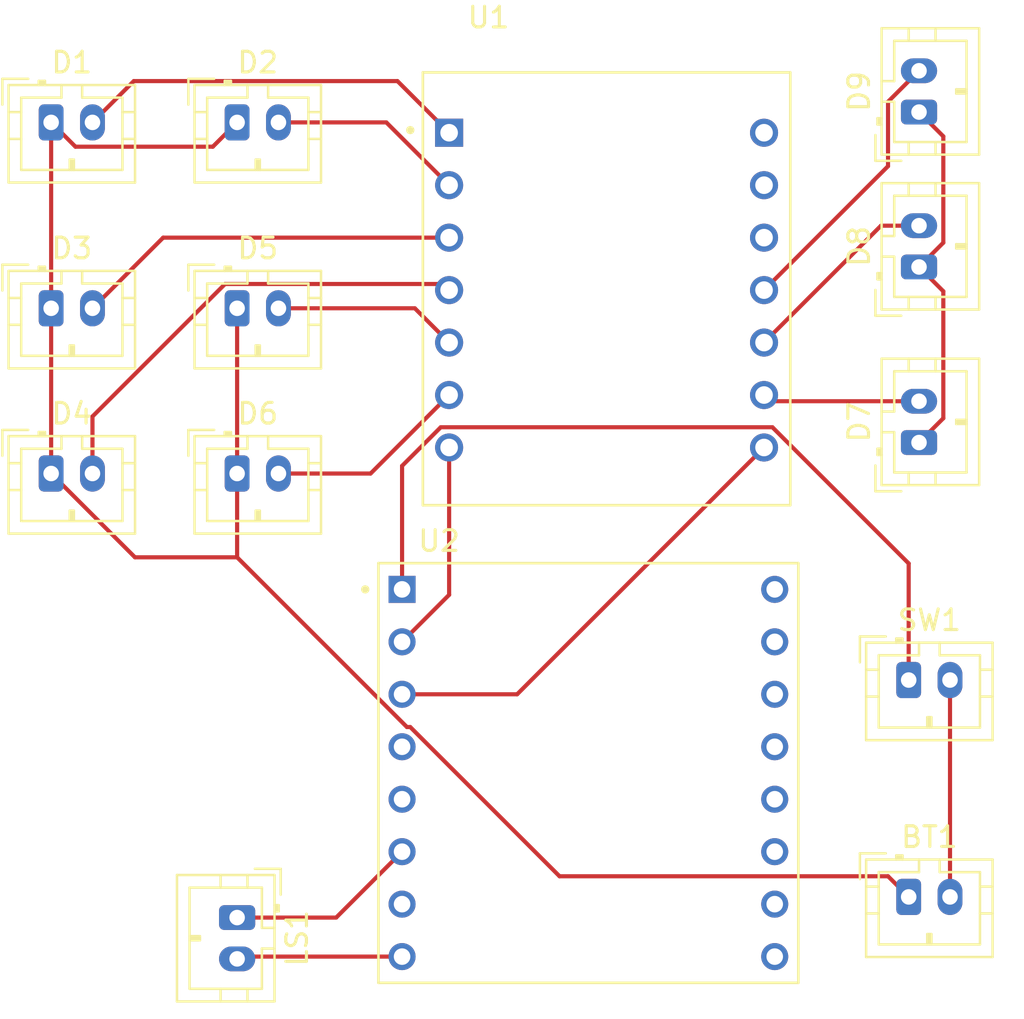
<source format=kicad_pcb>
(kicad_pcb (version 20241229) (generator "pcbnew") (generator_version "9.0")
  (layers (0 "F.Cu" signal) (2 "B.Cu" signal) (13 "F.Paste" user) (15 "B.Paste" user) (5 "F.SilkS" user "F.Silkscreen") (7 "B.SilkS" user "B.Silkscreen") (1 "F.Mask" user) (3 "B.Mask" user) (25 "Edge.Cuts" user))
  (net 0 "")
  (net 1 "Net-(BT1-+)")
  (net 2 "Net-(BT1--)")
  (net 3 "Net-(D1-A)")
  (net 4 "Net-(D2-A)")
  (net 5 "Net-(D3-A)")
  (net 6 "Net-(D4-A)")
  (net 7 "Net-(D5-A)")
  (net 8 "Net-(D6-A)")
  (net 9 "Net-(D7-A)")
  (net 10 "Net-(D8-A)")
  (net 11 "Net-(D9-A)")
  (net 17 "Net-(U2-SPK_1)")
  (net 18 "Net-(U2-SPK_2)")
  (net 21 "Net-(U1-GPIO21_D6_TX)")
  (net 23 "Net-(U1-GPIO20_D7_RX)")
  (net 28 "Net-(SW1-A)")
  (footprint "Connector_JST:JST_PH_B2B-PH-K_1x02_P2.00mm_Vertical" (layer "F.Cu") (at 43 28.5)
    (property "Reference" "D3" (at 1 -2.9 0) (layer "F.SilkS"))
    (property "Value" "LED")
    (fp_line (start -2.36 -2.11) (end -2.36 -0.86) (stroke (width 0.12)) (layer "F.SilkS"))
    (fp_line (start -2.06 -1.81) (end -2.06 2.91) (stroke (width 0.12)) (layer "F.SilkS"))
    (fp_line (start -2.06 -0.5) (end -1.45 -0.5) (stroke (width 0.12)) (layer "F.SilkS"))
    (fp_line (start -2.06 0.8) (end -1.45 0.8) (stroke (width 0.12)) (layer "F.SilkS"))
    (fp_line (start -2.06 2.91) (end 4.06 2.91) (stroke (width 0.12)) (layer "F.SilkS"))
    (fp_line (start -1.45 -1.2) (end -1.45 2.3) (stroke (width 0.12)) (layer "F.SilkS"))
    (fp_line (start -1.45 2.3) (end 3.45 2.3) (stroke (width 0.12)) (layer "F.SilkS"))
    (fp_line (start -1.11 -2.11) (end -2.36 -2.11) (stroke (width 0.12)) (layer "F.SilkS"))
    (fp_line (start -0.6 -2.01) (end -0.6 -1.81) (stroke (width 0.12)) (layer "F.SilkS"))
    (fp_line (start -0.3 -2.01) (end -0.6 -2.01) (stroke (width 0.12)) (layer "F.SilkS"))
    (fp_line (start -0.3 -1.91) (end -0.6 -1.91) (stroke (width 0.12)) (layer "F.SilkS"))
    (fp_line (start -0.3 -1.81) (end -0.3 -2.01) (stroke (width 0.12)) (layer "F.SilkS"))
    (fp_line (start 0.5 -1.81) (end 0.5 -1.2) (stroke (width 0.12)) (layer "F.SilkS"))
    (fp_line (start 0.5 -1.2) (end -1.45 -1.2) (stroke (width 0.12)) (layer "F.SilkS"))
    (fp_line (start 0.9 1.8) (end 1.1 1.8) (stroke (width 0.12)) (layer "F.SilkS"))
    (fp_line (start 0.9 2.3) (end 0.9 1.8) (stroke (width 0.12)) (layer "F.SilkS"))
    (fp_line (start 1 2.3) (end 1 1.8) (stroke (width 0.12)) (layer "F.SilkS"))
    (fp_line (start 1.1 1.8) (end 1.1 2.3) (stroke (width 0.12)) (layer "F.SilkS"))
    (fp_line (start 1.5 -1.2) (end 1.5 -1.81) (stroke (width 0.12)) (layer "F.SilkS"))
    (fp_line (start 3.45 -1.2) (end 1.5 -1.2) (stroke (width 0.12)) (layer "F.SilkS"))
    (fp_line (start 3.45 2.3) (end 3.45 -1.2) (stroke (width 0.12)) (layer "F.SilkS"))
    (fp_line (start 4.06 -1.81) (end -2.06 -1.81) (stroke (width 0.12)) (layer "F.SilkS"))
    (fp_line (start 4.06 -0.5) (end 3.45 -0.5) (stroke (width 0.12)) (layer "F.SilkS"))
    (fp_line (start 4.06 0.8) (end 3.45 0.8) (stroke (width 0.12)) (layer "F.SilkS"))
    (fp_line (start 4.06 2.91) (end 4.06 -1.81) (stroke (width 0.12)) (layer "F.SilkS"))
    (pad "1" thru_hole roundrect (at 0 0) (size 1.2 1.75) (drill 0.75) (layers "*.Cu" "*.Mask") (roundrect_rratio 0.208333) (net 1 "Net-(BT1-+)"))
    (pad "2" thru_hole oval (at 2 0) (size 1.2 1.75) (drill 0.75) (layers "*.Cu" "*.Mask") (net 5 "Net-(D3-A)"))
  )
  (footprint "Connector_JST:JST_PH_B2B-PH-K_1x02_P2.00mm_Vertical" (layer "F.Cu") (at 52 28.5)
    (property "Reference" "D5" (at 1 -2.9 0) (layer "F.SilkS"))
    (property "Value" "LED")
    (fp_line (start -2.36 -2.11) (end -2.36 -0.86) (stroke (width 0.12)) (layer "F.SilkS"))
    (fp_line (start -2.06 -1.81) (end -2.06 2.91) (stroke (width 0.12)) (layer "F.SilkS"))
    (fp_line (start -2.06 -0.5) (end -1.45 -0.5) (stroke (width 0.12)) (layer "F.SilkS"))
    (fp_line (start -2.06 0.8) (end -1.45 0.8) (stroke (width 0.12)) (layer "F.SilkS"))
    (fp_line (start -2.06 2.91) (end 4.06 2.91) (stroke (width 0.12)) (layer "F.SilkS"))
    (fp_line (start -1.45 -1.2) (end -1.45 2.3) (stroke (width 0.12)) (layer "F.SilkS"))
    (fp_line (start -1.45 2.3) (end 3.45 2.3) (stroke (width 0.12)) (layer "F.SilkS"))
    (fp_line (start -1.11 -2.11) (end -2.36 -2.11) (stroke (width 0.12)) (layer "F.SilkS"))
    (fp_line (start -0.6 -2.01) (end -0.6 -1.81) (stroke (width 0.12)) (layer "F.SilkS"))
    (fp_line (start -0.3 -2.01) (end -0.6 -2.01) (stroke (width 0.12)) (layer "F.SilkS"))
    (fp_line (start -0.3 -1.91) (end -0.6 -1.91) (stroke (width 0.12)) (layer "F.SilkS"))
    (fp_line (start -0.3 -1.81) (end -0.3 -2.01) (stroke (width 0.12)) (layer "F.SilkS"))
    (fp_line (start 0.5 -1.81) (end 0.5 -1.2) (stroke (width 0.12)) (layer "F.SilkS"))
    (fp_line (start 0.5 -1.2) (end -1.45 -1.2) (stroke (width 0.12)) (layer "F.SilkS"))
    (fp_line (start 0.9 1.8) (end 1.1 1.8) (stroke (width 0.12)) (layer "F.SilkS"))
    (fp_line (start 0.9 2.3) (end 0.9 1.8) (stroke (width 0.12)) (layer "F.SilkS"))
    (fp_line (start 1 2.3) (end 1 1.8) (stroke (width 0.12)) (layer "F.SilkS"))
    (fp_line (start 1.1 1.8) (end 1.1 2.3) (stroke (width 0.12)) (layer "F.SilkS"))
    (fp_line (start 1.5 -1.2) (end 1.5 -1.81) (stroke (width 0.12)) (layer "F.SilkS"))
    (fp_line (start 3.45 -1.2) (end 1.5 -1.2) (stroke (width 0.12)) (layer "F.SilkS"))
    (fp_line (start 3.45 2.3) (end 3.45 -1.2) (stroke (width 0.12)) (layer "F.SilkS"))
    (fp_line (start 4.06 -1.81) (end -2.06 -1.81) (stroke (width 0.12)) (layer "F.SilkS"))
    (fp_line (start 4.06 -0.5) (end 3.45 -0.5) (stroke (width 0.12)) (layer "F.SilkS"))
    (fp_line (start 4.06 0.8) (end 3.45 0.8) (stroke (width 0.12)) (layer "F.SilkS"))
    (fp_line (start 4.06 2.91) (end 4.06 -1.81) (stroke (width 0.12)) (layer "F.SilkS"))
    (pad "1" thru_hole roundrect (at 0 0) (size 1.2 1.75) (drill 0.75) (layers "*.Cu" "*.Mask") (roundrect_rratio 0.208333) (net 1 "Net-(BT1-+)"))
    (pad "2" thru_hole oval (at 2 0) (size 1.2 1.75) (drill 0.75) (layers "*.Cu" "*.Mask") (net 7 "Net-(D5-A)"))
  )
  (footprint "Connector_JST:JST_PH_B2B-PH-K_1x02_P2.00mm_Vertical" (layer "F.Cu") (at 84.5 46.5)
    (property "Reference" "SW1" (at 1 -2.9 0) (layer "F.SilkS"))
    (property "Value" "SW_SPDT")
    (fp_line (start -2.36 -2.11) (end -2.36 -0.86) (stroke (width 0.12)) (layer "F.SilkS"))
    (fp_line (start -2.06 -1.81) (end -2.06 2.91) (stroke (width 0.12)) (layer "F.SilkS"))
    (fp_line (start -2.06 -0.5) (end -1.45 -0.5) (stroke (width 0.12)) (layer "F.SilkS"))
    (fp_line (start -2.06 0.8) (end -1.45 0.8) (stroke (width 0.12)) (layer "F.SilkS"))
    (fp_line (start -2.06 2.91) (end 4.06 2.91) (stroke (width 0.12)) (layer "F.SilkS"))
    (fp_line (start -1.45 -1.2) (end -1.45 2.3) (stroke (width 0.12)) (layer "F.SilkS"))
    (fp_line (start -1.45 2.3) (end 3.45 2.3) (stroke (width 0.12)) (layer "F.SilkS"))
    (fp_line (start -1.11 -2.11) (end -2.36 -2.11) (stroke (width 0.12)) (layer "F.SilkS"))
    (fp_line (start -0.6 -2.01) (end -0.6 -1.81) (stroke (width 0.12)) (layer "F.SilkS"))
    (fp_line (start -0.3 -2.01) (end -0.6 -2.01) (stroke (width 0.12)) (layer "F.SilkS"))
    (fp_line (start -0.3 -1.91) (end -0.6 -1.91) (stroke (width 0.12)) (layer "F.SilkS"))
    (fp_line (start -0.3 -1.81) (end -0.3 -2.01) (stroke (width 0.12)) (layer "F.SilkS"))
    (fp_line (start 0.5 -1.81) (end 0.5 -1.2) (stroke (width 0.12)) (layer "F.SilkS"))
    (fp_line (start 0.5 -1.2) (end -1.45 -1.2) (stroke (width 0.12)) (layer "F.SilkS"))
    (fp_line (start 0.9 1.8) (end 1.1 1.8) (stroke (width 0.12)) (layer "F.SilkS"))
    (fp_line (start 0.9 2.3) (end 0.9 1.8) (stroke (width 0.12)) (layer "F.SilkS"))
    (fp_line (start 1 2.3) (end 1 1.8) (stroke (width 0.12)) (layer "F.SilkS"))
    (fp_line (start 1.1 1.8) (end 1.1 2.3) (stroke (width 0.12)) (layer "F.SilkS"))
    (fp_line (start 1.5 -1.2) (end 1.5 -1.81) (stroke (width 0.12)) (layer "F.SilkS"))
    (fp_line (start 3.45 -1.2) (end 1.5 -1.2) (stroke (width 0.12)) (layer "F.SilkS"))
    (fp_line (start 3.45 2.3) (end 3.45 -1.2) (stroke (width 0.12)) (layer "F.SilkS"))
    (fp_line (start 4.06 -1.81) (end -2.06 -1.81) (stroke (width 0.12)) (layer "F.SilkS"))
    (fp_line (start 4.06 -0.5) (end 3.45 -0.5) (stroke (width 0.12)) (layer "F.SilkS"))
    (fp_line (start 4.06 0.8) (end 3.45 0.8) (stroke (width 0.12)) (layer "F.SilkS"))
    (fp_line (start 4.06 2.91) (end 4.06 -1.81) (stroke (width 0.12)) (layer "F.SilkS"))
    (pad "1" thru_hole roundrect (at 0 0) (size 1.2 1.75) (drill 0.75) (layers "*.Cu" "*.Mask") (roundrect_rratio 0.208333) (net 28 "Net-(SW1-A)"))
    (pad "2" thru_hole oval (at 2 0) (size 1.2 1.75) (drill 0.75) (layers "*.Cu" "*.Mask") (net 2 "Net-(BT1--)"))
  )
  (footprint "DFR0299:MODULE_DFR0299" (layer "F.Cu") (at 69 51)
    (property "Reference" "U2" (at -7.225 -11.235 0) (layer "F.SilkS"))
    (property "Value" "DFPlayer Mini")
    (fp_line (start -10.16 -10.16) (end 10.16 -10.16) (stroke (width 0.127)) (layer "F.SilkS"))
    (fp_line (start -10.16 10.16) (end -10.16 -10.16) (stroke (width 0.127)) (layer "F.SilkS"))
    (fp_line (start 10.16 -10.16) (end 10.16 10.16) (stroke (width 0.127)) (layer "F.SilkS"))
    (fp_line (start 10.16 10.16) (end -10.16 10.16) (stroke (width 0.127)) (layer "F.SilkS"))
    (fp_circle (center -10.8 -8.89) (end -10.7 -8.89) (stroke (width 0.2)) (fill no) (layer "F.SilkS"))
    (pad "1" thru_hole rect (at -9.017 -8.89) (size 1.308 1.308) (drill 0.8) (layers "*.Cu" "*.Mask") (net 28 "Net-(SW1-A)"))
    (pad "2" thru_hole circle (at -9.017 -6.35) (size 1.308 1.308) (drill 0.8) (layers "*.Cu" "*.Mask") (net 21 "Net-(U1-GPIO21_D6_TX)"))
    (pad "3" thru_hole circle (at -9.017 -3.81) (size 1.308 1.308) (drill 0.8) (layers "*.Cu" "*.Mask") (net 23 "Net-(U1-GPIO20_D7_RX)"))
    (pad "4" thru_hole circle (at -9.017 -1.27) (size 1.308 1.308) (drill 0.8) (layers "*.Cu" "*.Mask"))
    (pad "5" thru_hole circle (at -9.017 1.27) (size 1.308 1.308) (drill 0.8) (layers "*.Cu" "*.Mask"))
    (pad "6" thru_hole circle (at -9.017 3.81) (size 1.308 1.308) (drill 0.8) (layers "*.Cu" "*.Mask") (net 17 "Net-(U2-SPK_1)"))
    (pad "7" thru_hole circle (at -9.017 6.35) (size 1.308 1.308) (drill 0.8) (layers "*.Cu" "*.Mask") (net 1 "Net-(BT1-+)"))
    (pad "8" thru_hole circle (at -9.017 8.89) (size 1.308 1.308) (drill 0.8) (layers "*.Cu" "*.Mask") (net 18 "Net-(U2-SPK_2)"))
    (pad "9" thru_hole circle (at 9.017 8.89) (size 1.308 1.308) (drill 0.8) (layers "*.Cu" "*.Mask"))
    (pad "10" thru_hole circle (at 9.017 6.35) (size 1.308 1.308) (drill 0.8) (layers "*.Cu" "*.Mask"))
    (pad "11" thru_hole circle (at 9.017 3.81) (size 1.308 1.308) (drill 0.8) (layers "*.Cu" "*.Mask"))
    (pad "12" thru_hole circle (at 9.017 1.27) (size 1.308 1.308) (drill 0.8) (layers "*.Cu" "*.Mask"))
    (pad "13" thru_hole circle (at 9.017 -1.27) (size 1.308 1.308) (drill 0.8) (layers "*.Cu" "*.Mask"))
    (pad "14" thru_hole circle (at 9.017 -3.81) (size 1.308 1.308) (drill 0.8) (layers "*.Cu" "*.Mask"))
    (pad "15" thru_hole circle (at 9.017 -6.35) (size 1.308 1.308) (drill 0.8) (layers "*.Cu" "*.Mask"))
    (pad "16" thru_hole circle (at 9.017 -8.89) (size 1.308 1.308) (drill 0.8) (layers "*.Cu" "*.Mask"))
  )
  (footprint "Connector_JST:JST_PH_B2B-PH-K_1x02_P2.00mm_Vertical" (layer "F.Cu") (at 43 36.5)
    (property "Reference" "D4" (at 1 -2.9 0) (layer "F.SilkS"))
    (property "Value" "LED")
    (fp_line (start -2.36 -2.11) (end -2.36 -0.86) (stroke (width 0.12)) (layer "F.SilkS"))
    (fp_line (start -2.06 -1.81) (end -2.06 2.91) (stroke (width 0.12)) (layer "F.SilkS"))
    (fp_line (start -2.06 -0.5) (end -1.45 -0.5) (stroke (width 0.12)) (layer "F.SilkS"))
    (fp_line (start -2.06 0.8) (end -1.45 0.8) (stroke (width 0.12)) (layer "F.SilkS"))
    (fp_line (start -2.06 2.91) (end 4.06 2.91) (stroke (width 0.12)) (layer "F.SilkS"))
    (fp_line (start -1.45 -1.2) (end -1.45 2.3) (stroke (width 0.12)) (layer "F.SilkS"))
    (fp_line (start -1.45 2.3) (end 3.45 2.3) (stroke (width 0.12)) (layer "F.SilkS"))
    (fp_line (start -1.11 -2.11) (end -2.36 -2.11) (stroke (width 0.12)) (layer "F.SilkS"))
    (fp_line (start -0.6 -2.01) (end -0.6 -1.81) (stroke (width 0.12)) (layer "F.SilkS"))
    (fp_line (start -0.3 -2.01) (end -0.6 -2.01) (stroke (width 0.12)) (layer "F.SilkS"))
    (fp_line (start -0.3 -1.91) (end -0.6 -1.91) (stroke (width 0.12)) (layer "F.SilkS"))
    (fp_line (start -0.3 -1.81) (end -0.3 -2.01) (stroke (width 0.12)) (layer "F.SilkS"))
    (fp_line (start 0.5 -1.81) (end 0.5 -1.2) (stroke (width 0.12)) (layer "F.SilkS"))
    (fp_line (start 0.5 -1.2) (end -1.45 -1.2) (stroke (width 0.12)) (layer "F.SilkS"))
    (fp_line (start 0.9 1.8) (end 1.1 1.8) (stroke (width 0.12)) (layer "F.SilkS"))
    (fp_line (start 0.9 2.3) (end 0.9 1.8) (stroke (width 0.12)) (layer "F.SilkS"))
    (fp_line (start 1 2.3) (end 1 1.8) (stroke (width 0.12)) (layer "F.SilkS"))
    (fp_line (start 1.1 1.8) (end 1.1 2.3) (stroke (width 0.12)) (layer "F.SilkS"))
    (fp_line (start 1.5 -1.2) (end 1.5 -1.81) (stroke (width 0.12)) (layer "F.SilkS"))
    (fp_line (start 3.45 -1.2) (end 1.5 -1.2) (stroke (width 0.12)) (layer "F.SilkS"))
    (fp_line (start 3.45 2.3) (end 3.45 -1.2) (stroke (width 0.12)) (layer "F.SilkS"))
    (fp_line (start 4.06 -1.81) (end -2.06 -1.81) (stroke (width 0.12)) (layer "F.SilkS"))
    (fp_line (start 4.06 -0.5) (end 3.45 -0.5) (stroke (width 0.12)) (layer "F.SilkS"))
    (fp_line (start 4.06 0.8) (end 3.45 0.8) (stroke (width 0.12)) (layer "F.SilkS"))
    (fp_line (start 4.06 2.91) (end 4.06 -1.81) (stroke (width 0.12)) (layer "F.SilkS"))
    (pad "1" thru_hole roundrect (at 0 0) (size 1.2 1.75) (drill 0.75) (layers "*.Cu" "*.Mask") (roundrect_rratio 0.208333) (net 1 "Net-(BT1-+)"))
    (pad "2" thru_hole oval (at 2 0) (size 1.2 1.75) (drill 0.75) (layers "*.Cu" "*.Mask") (net 6 "Net-(D4-A)"))
  )
  (footprint "Connector_JST:JST_PH_B2B-PH-K_1x02_P2.00mm_Vertical" (layer "F.Cu") (at 85 19 90)
    (property "Reference" "D9" (at 1 -2.9 90) (layer "F.SilkS"))
    (property "Value" "LED")
    (fp_line (start -1.11 -2.11) (end -2.36 -2.11) (stroke (width 0.12)) (layer "F.SilkS"))
    (fp_line (start -2.36 -2.11) (end -2.36 -0.86) (stroke (width 0.12)) (layer "F.SilkS"))
    (fp_line (start -0.3 -2.01) (end -0.6 -2.01) (stroke (width 0.12)) (layer "F.SilkS"))
    (fp_line (start -0.6 -2.01) (end -0.6 -1.81) (stroke (width 0.12)) (layer "F.SilkS"))
    (fp_line (start -0.3 -1.91) (end -0.6 -1.91) (stroke (width 0.12)) (layer "F.SilkS"))
    (fp_line (start 4.06 -1.81) (end -2.06 -1.81) (stroke (width 0.12)) (layer "F.SilkS"))
    (fp_line (start 0.5 -1.81) (end 0.5 -1.2) (stroke (width 0.12)) (layer "F.SilkS"))
    (fp_line (start -0.3 -1.81) (end -0.3 -2.01) (stroke (width 0.12)) (layer "F.SilkS"))
    (fp_line (start -2.06 -1.81) (end -2.06 2.91) (stroke (width 0.12)) (layer "F.SilkS"))
    (fp_line (start 3.45 -1.2) (end 1.5 -1.2) (stroke (width 0.12)) (layer "F.SilkS"))
    (fp_line (start 1.5 -1.2) (end 1.5 -1.81) (stroke (width 0.12)) (layer "F.SilkS"))
    (fp_line (start 0.5 -1.2) (end -1.45 -1.2) (stroke (width 0.12)) (layer "F.SilkS"))
    (fp_line (start -1.45 -1.2) (end -1.45 2.3) (stroke (width 0.12)) (layer "F.SilkS"))
    (fp_line (start 4.06 -0.5) (end 3.45 -0.5) (stroke (width 0.12)) (layer "F.SilkS"))
    (fp_line (start -2.06 -0.5) (end -1.45 -0.5) (stroke (width 0.12)) (layer "F.SilkS"))
    (fp_line (start 4.06 0.8) (end 3.45 0.8) (stroke (width 0.12)) (layer "F.SilkS"))
    (fp_line (start -2.06 0.8) (end -1.45 0.8) (stroke (width 0.12)) (layer "F.SilkS"))
    (fp_line (start 1.1 1.8) (end 1.1 2.3) (stroke (width 0.12)) (layer "F.SilkS"))
    (fp_line (start 0.9 1.8) (end 1.1 1.8) (stroke (width 0.12)) (layer "F.SilkS"))
    (fp_line (start 3.45 2.3) (end 3.45 -1.2) (stroke (width 0.12)) (layer "F.SilkS"))
    (fp_line (start 1 2.3) (end 1 1.8) (stroke (width 0.12)) (layer "F.SilkS"))
    (fp_line (start 0.9 2.3) (end 0.9 1.8) (stroke (width 0.12)) (layer "F.SilkS"))
    (fp_line (start -1.45 2.3) (end 3.45 2.3) (stroke (width 0.12)) (layer "F.SilkS"))
    (fp_line (start 4.06 2.91) (end 4.06 -1.81) (stroke (width 0.12)) (layer "F.SilkS"))
    (fp_line (start -2.06 2.91) (end 4.06 2.91) (stroke (width 0.12)) (layer "F.SilkS"))
    (pad "1" thru_hole roundrect (at 0 0 90) (size 1.2 1.75) (drill 0.75) (layers "*.Cu" "*.Mask") (roundrect_rratio 0.208333) (net 1 "Net-(BT1-+)"))
    (pad "2" thru_hole oval (at 2 0 90) (size 1.2 1.75) (drill 0.75) (layers "*.Cu" "*.Mask") (net 11 "Net-(D9-A)"))
  )
  (footprint "Connector_JST:JST_PH_B2B-PH-K_1x02_P2.00mm_Vertical" (layer "F.Cu") (at 52 19.5)
    (property "Reference" "D2" (at 1 -2.9 0) (layer "F.SilkS"))
    (property "Value" "LED")
    (fp_line (start -2.36 -2.11) (end -2.36 -0.86) (stroke (width 0.12)) (layer "F.SilkS"))
    (fp_line (start -2.06 -1.81) (end -2.06 2.91) (stroke (width 0.12)) (layer "F.SilkS"))
    (fp_line (start -2.06 -0.5) (end -1.45 -0.5) (stroke (width 0.12)) (layer "F.SilkS"))
    (fp_line (start -2.06 0.8) (end -1.45 0.8) (stroke (width 0.12)) (layer "F.SilkS"))
    (fp_line (start -2.06 2.91) (end 4.06 2.91) (stroke (width 0.12)) (layer "F.SilkS"))
    (fp_line (start -1.45 -1.2) (end -1.45 2.3) (stroke (width 0.12)) (layer "F.SilkS"))
    (fp_line (start -1.45 2.3) (end 3.45 2.3) (stroke (width 0.12)) (layer "F.SilkS"))
    (fp_line (start -1.11 -2.11) (end -2.36 -2.11) (stroke (width 0.12)) (layer "F.SilkS"))
    (fp_line (start -0.6 -2.01) (end -0.6 -1.81) (stroke (width 0.12)) (layer "F.SilkS"))
    (fp_line (start -0.3 -2.01) (end -0.6 -2.01) (stroke (width 0.12)) (layer "F.SilkS"))
    (fp_line (start -0.3 -1.91) (end -0.6 -1.91) (stroke (width 0.12)) (layer "F.SilkS"))
    (fp_line (start -0.3 -1.81) (end -0.3 -2.01) (stroke (width 0.12)) (layer "F.SilkS"))
    (fp_line (start 0.5 -1.81) (end 0.5 -1.2) (stroke (width 0.12)) (layer "F.SilkS"))
    (fp_line (start 0.5 -1.2) (end -1.45 -1.2) (stroke (width 0.12)) (layer "F.SilkS"))
    (fp_line (start 0.9 1.8) (end 1.1 1.8) (stroke (width 0.12)) (layer "F.SilkS"))
    (fp_line (start 0.9 2.3) (end 0.9 1.8) (stroke (width 0.12)) (layer "F.SilkS"))
    (fp_line (start 1 2.3) (end 1 1.8) (stroke (width 0.12)) (layer "F.SilkS"))
    (fp_line (start 1.1 1.8) (end 1.1 2.3) (stroke (width 0.12)) (layer "F.SilkS"))
    (fp_line (start 1.5 -1.2) (end 1.5 -1.81) (stroke (width 0.12)) (layer "F.SilkS"))
    (fp_line (start 3.45 -1.2) (end 1.5 -1.2) (stroke (width 0.12)) (layer "F.SilkS"))
    (fp_line (start 3.45 2.3) (end 3.45 -1.2) (stroke (width 0.12)) (layer "F.SilkS"))
    (fp_line (start 4.06 -1.81) (end -2.06 -1.81) (stroke (width 0.12)) (layer "F.SilkS"))
    (fp_line (start 4.06 -0.5) (end 3.45 -0.5) (stroke (width 0.12)) (layer "F.SilkS"))
    (fp_line (start 4.06 0.8) (end 3.45 0.8) (stroke (width 0.12)) (layer "F.SilkS"))
    (fp_line (start 4.06 2.91) (end 4.06 -1.81) (stroke (width 0.12)) (layer "F.SilkS"))
    (pad "1" thru_hole roundrect (at 0 0) (size 1.2 1.75) (drill 0.75) (layers "*.Cu" "*.Mask") (roundrect_rratio 0.208333) (net 1 "Net-(BT1-+)"))
    (pad "2" thru_hole oval (at 2 0) (size 1.2 1.75) (drill 0.75) (layers "*.Cu" "*.Mask") (net 4 "Net-(D2-A)"))
  )
  (footprint "Connector_JST:JST_PH_B2B-PH-K_1x02_P2.00mm_Vertical" (layer "F.Cu") (at 85 35 90)
    (property "Reference" "D7" (at 1 -2.9 90) (layer "F.SilkS"))
    (property "Value" "LED")
    (fp_line (start -1.11 -2.11) (end -2.36 -2.11) (stroke (width 0.12)) (layer "F.SilkS"))
    (fp_line (start -2.36 -2.11) (end -2.36 -0.86) (stroke (width 0.12)) (layer "F.SilkS"))
    (fp_line (start -0.3 -2.01) (end -0.6 -2.01) (stroke (width 0.12)) (layer "F.SilkS"))
    (fp_line (start -0.6 -2.01) (end -0.6 -1.81) (stroke (width 0.12)) (layer "F.SilkS"))
    (fp_line (start -0.3 -1.91) (end -0.6 -1.91) (stroke (width 0.12)) (layer "F.SilkS"))
    (fp_line (start 4.06 -1.81) (end -2.06 -1.81) (stroke (width 0.12)) (layer "F.SilkS"))
    (fp_line (start 0.5 -1.81) (end 0.5 -1.2) (stroke (width 0.12)) (layer "F.SilkS"))
    (fp_line (start -0.3 -1.81) (end -0.3 -2.01) (stroke (width 0.12)) (layer "F.SilkS"))
    (fp_line (start -2.06 -1.81) (end -2.06 2.91) (stroke (width 0.12)) (layer "F.SilkS"))
    (fp_line (start 3.45 -1.2) (end 1.5 -1.2) (stroke (width 0.12)) (layer "F.SilkS"))
    (fp_line (start 1.5 -1.2) (end 1.5 -1.81) (stroke (width 0.12)) (layer "F.SilkS"))
    (fp_line (start 0.5 -1.2) (end -1.45 -1.2) (stroke (width 0.12)) (layer "F.SilkS"))
    (fp_line (start -1.45 -1.2) (end -1.45 2.3) (stroke (width 0.12)) (layer "F.SilkS"))
    (fp_line (start 4.06 -0.5) (end 3.45 -0.5) (stroke (width 0.12)) (layer "F.SilkS"))
    (fp_line (start -2.06 -0.5) (end -1.45 -0.5) (stroke (width 0.12)) (layer "F.SilkS"))
    (fp_line (start 4.06 0.8) (end 3.45 0.8) (stroke (width 0.12)) (layer "F.SilkS"))
    (fp_line (start -2.06 0.8) (end -1.45 0.8) (stroke (width 0.12)) (layer "F.SilkS"))
    (fp_line (start 1.1 1.8) (end 1.1 2.3) (stroke (width 0.12)) (layer "F.SilkS"))
    (fp_line (start 0.9 1.8) (end 1.1 1.8) (stroke (width 0.12)) (layer "F.SilkS"))
    (fp_line (start 3.45 2.3) (end 3.45 -1.2) (stroke (width 0.12)) (layer "F.SilkS"))
    (fp_line (start 1 2.3) (end 1 1.8) (stroke (width 0.12)) (layer "F.SilkS"))
    (fp_line (start 0.9 2.3) (end 0.9 1.8) (stroke (width 0.12)) (layer "F.SilkS"))
    (fp_line (start -1.45 2.3) (end 3.45 2.3) (stroke (width 0.12)) (layer "F.SilkS"))
    (fp_line (start 4.06 2.91) (end 4.06 -1.81) (stroke (width 0.12)) (layer "F.SilkS"))
    (fp_line (start -2.06 2.91) (end 4.06 2.91) (stroke (width 0.12)) (layer "F.SilkS"))
    (pad "1" thru_hole roundrect (at 0 0 90) (size 1.2 1.75) (drill 0.75) (layers "*.Cu" "*.Mask") (roundrect_rratio 0.208333) (net 1 "Net-(BT1-+)"))
    (pad "2" thru_hole oval (at 2 0 90) (size 1.2 1.75) (drill 0.75) (layers "*.Cu" "*.Mask") (net 9 "Net-(D7-A)"))
  )
  (footprint "Connector_JST:JST_PH_B2B-PH-K_1x02_P2.00mm_Vertical" (layer "F.Cu") (at 84.5 57)
    (property "Reference" "BT1" (at 1 -2.9 0) (layer "F.SilkS"))
    (property "Value" "Battery_Cell")
    (fp_line (start -2.36 -2.11) (end -2.36 -0.86) (stroke (width 0.12)) (layer "F.SilkS"))
    (fp_line (start -2.06 -1.81) (end -2.06 2.91) (stroke (width 0.12)) (layer "F.SilkS"))
    (fp_line (start -2.06 -0.5) (end -1.45 -0.5) (stroke (width 0.12)) (layer "F.SilkS"))
    (fp_line (start -2.06 0.8) (end -1.45 0.8) (stroke (width 0.12)) (layer "F.SilkS"))
    (fp_line (start -2.06 2.91) (end 4.06 2.91) (stroke (width 0.12)) (layer "F.SilkS"))
    (fp_line (start -1.45 -1.2) (end -1.45 2.3) (stroke (width 0.12)) (layer "F.SilkS"))
    (fp_line (start -1.45 2.3) (end 3.45 2.3) (stroke (width 0.12)) (layer "F.SilkS"))
    (fp_line (start -1.11 -2.11) (end -2.36 -2.11) (stroke (width 0.12)) (layer "F.SilkS"))
    (fp_line (start -0.6 -2.01) (end -0.6 -1.81) (stroke (width 0.12)) (layer "F.SilkS"))
    (fp_line (start -0.3 -2.01) (end -0.6 -2.01) (stroke (width 0.12)) (layer "F.SilkS"))
    (fp_line (start -0.3 -1.91) (end -0.6 -1.91) (stroke (width 0.12)) (layer "F.SilkS"))
    (fp_line (start -0.3 -1.81) (end -0.3 -2.01) (stroke (width 0.12)) (layer "F.SilkS"))
    (fp_line (start 0.5 -1.81) (end 0.5 -1.2) (stroke (width 0.12)) (layer "F.SilkS"))
    (fp_line (start 0.5 -1.2) (end -1.45 -1.2) (stroke (width 0.12)) (layer "F.SilkS"))
    (fp_line (start 0.9 1.8) (end 1.1 1.8) (stroke (width 0.12)) (layer "F.SilkS"))
    (fp_line (start 0.9 2.3) (end 0.9 1.8) (stroke (width 0.12)) (layer "F.SilkS"))
    (fp_line (start 1 2.3) (end 1 1.8) (stroke (width 0.12)) (layer "F.SilkS"))
    (fp_line (start 1.1 1.8) (end 1.1 2.3) (stroke (width 0.12)) (layer "F.SilkS"))
    (fp_line (start 1.5 -1.2) (end 1.5 -1.81) (stroke (width 0.12)) (layer "F.SilkS"))
    (fp_line (start 3.45 -1.2) (end 1.5 -1.2) (stroke (width 0.12)) (layer "F.SilkS"))
    (fp_line (start 3.45 2.3) (end 3.45 -1.2) (stroke (width 0.12)) (layer "F.SilkS"))
    (fp_line (start 4.06 -1.81) (end -2.06 -1.81) (stroke (width 0.12)) (layer "F.SilkS"))
    (fp_line (start 4.06 -0.5) (end 3.45 -0.5) (stroke (width 0.12)) (layer "F.SilkS"))
    (fp_line (start 4.06 0.8) (end 3.45 0.8) (stroke (width 0.12)) (layer "F.SilkS"))
    (fp_line (start 4.06 2.91) (end 4.06 -1.81) (stroke (width 0.12)) (layer "F.SilkS"))
    (pad "1" thru_hole roundrect (at 0 0) (size 1.2 1.75) (drill 0.75) (layers "*.Cu" "*.Mask") (roundrect_rratio 0.208333) (net 1 "Net-(BT1-+)"))
    (pad "2" thru_hole oval (at 2 0) (size 1.2 1.75) (drill 0.75) (layers "*.Cu" "*.Mask") (net 2 "Net-(BT1--)"))
  )
  (footprint "Connector_JST:JST_PH_B2B-PH-K_1x02_P2.00mm_Vertical" (layer "F.Cu") (at 43 19.5)
    (property "Reference" "D1" (at 1 -2.9 0) (layer "F.SilkS"))
    (property "Value" "LED")
    (fp_line (start -2.36 -2.11) (end -2.36 -0.86) (stroke (width 0.12)) (layer "F.SilkS"))
    (fp_line (start -2.06 -1.81) (end -2.06 2.91) (stroke (width 0.12)) (layer "F.SilkS"))
    (fp_line (start -2.06 -0.5) (end -1.45 -0.5) (stroke (width 0.12)) (layer "F.SilkS"))
    (fp_line (start -2.06 0.8) (end -1.45 0.8) (stroke (width 0.12)) (layer "F.SilkS"))
    (fp_line (start -2.06 2.91) (end 4.06 2.91) (stroke (width 0.12)) (layer "F.SilkS"))
    (fp_line (start -1.45 -1.2) (end -1.45 2.3) (stroke (width 0.12)) (layer "F.SilkS"))
    (fp_line (start -1.45 2.3) (end 3.45 2.3) (stroke (width 0.12)) (layer "F.SilkS"))
    (fp_line (start -1.11 -2.11) (end -2.36 -2.11) (stroke (width 0.12)) (layer "F.SilkS"))
    (fp_line (start -0.6 -2.01) (end -0.6 -1.81) (stroke (width 0.12)) (layer "F.SilkS"))
    (fp_line (start -0.3 -2.01) (end -0.6 -2.01) (stroke (width 0.12)) (layer "F.SilkS"))
    (fp_line (start -0.3 -1.91) (end -0.6 -1.91) (stroke (width 0.12)) (layer "F.SilkS"))
    (fp_line (start -0.3 -1.81) (end -0.3 -2.01) (stroke (width 0.12)) (layer "F.SilkS"))
    (fp_line (start 0.5 -1.81) (end 0.5 -1.2) (stroke (width 0.12)) (layer "F.SilkS"))
    (fp_line (start 0.5 -1.2) (end -1.45 -1.2) (stroke (width 0.12)) (layer "F.SilkS"))
    (fp_line (start 0.9 1.8) (end 1.1 1.8) (stroke (width 0.12)) (layer "F.SilkS"))
    (fp_line (start 0.9 2.3) (end 0.9 1.8) (stroke (width 0.12)) (layer "F.SilkS"))
    (fp_line (start 1 2.3) (end 1 1.8) (stroke (width 0.12)) (layer "F.SilkS"))
    (fp_line (start 1.1 1.8) (end 1.1 2.3) (stroke (width 0.12)) (layer "F.SilkS"))
    (fp_line (start 1.5 -1.2) (end 1.5 -1.81) (stroke (width 0.12)) (layer "F.SilkS"))
    (fp_line (start 3.45 -1.2) (end 1.5 -1.2) (stroke (width 0.12)) (layer "F.SilkS"))
    (fp_line (start 3.45 2.3) (end 3.45 -1.2) (stroke (width 0.12)) (layer "F.SilkS"))
    (fp_line (start 4.06 -1.81) (end -2.06 -1.81) (stroke (width 0.12)) (layer "F.SilkS"))
    (fp_line (start 4.06 -0.5) (end 3.45 -0.5) (stroke (width 0.12)) (layer "F.SilkS"))
    (fp_line (start 4.06 0.8) (end 3.45 0.8) (stroke (width 0.12)) (layer "F.SilkS"))
    (fp_line (start 4.06 2.91) (end 4.06 -1.81) (stroke (width 0.12)) (layer "F.SilkS"))
    (pad "1" thru_hole roundrect (at 0 0) (size 1.2 1.75) (drill 0.75) (layers "*.Cu" "*.Mask") (roundrect_rratio 0.208333) (net 1 "Net-(BT1-+)"))
    (pad "2" thru_hole oval (at 2 0) (size 1.2 1.75) (drill 0.75) (layers "*.Cu" "*.Mask") (net 3 "Net-(D1-A)"))
  )
  (footprint "Connector_JST:JST_PH_B2B-PH-K_1x02_P2.00mm_Vertical" (layer "F.Cu") (at 52 58 -90)
    (property "Reference" "LS1" (at 1 -2.9 90) (layer "F.SilkS"))
    (property "Value" "Speaker")
    (fp_line (start -2.06 2.91) (end 4.06 2.91) (stroke (width 0.12)) (layer "F.SilkS"))
    (fp_line (start 4.06 2.91) (end 4.06 -1.81) (stroke (width 0.12)) (layer "F.SilkS"))
    (fp_line (start -1.45 2.3) (end 3.45 2.3) (stroke (width 0.12)) (layer "F.SilkS"))
    (fp_line (start 0.9 2.3) (end 0.9 1.8) (stroke (width 0.12)) (layer "F.SilkS"))
    (fp_line (start 1 2.3) (end 1 1.8) (stroke (width 0.12)) (layer "F.SilkS"))
    (fp_line (start 3.45 2.3) (end 3.45 -1.2) (stroke (width 0.12)) (layer "F.SilkS"))
    (fp_line (start 0.9 1.8) (end 1.1 1.8) (stroke (width 0.12)) (layer "F.SilkS"))
    (fp_line (start 1.1 1.8) (end 1.1 2.3) (stroke (width 0.12)) (layer "F.SilkS"))
    (fp_line (start -2.06 0.8) (end -1.45 0.8) (stroke (width 0.12)) (layer "F.SilkS"))
    (fp_line (start 4.06 0.8) (end 3.45 0.8) (stroke (width 0.12)) (layer "F.SilkS"))
    (fp_line (start -2.06 -0.5) (end -1.45 -0.5) (stroke (width 0.12)) (layer "F.SilkS"))
    (fp_line (start 4.06 -0.5) (end 3.45 -0.5) (stroke (width 0.12)) (layer "F.SilkS"))
    (fp_line (start -1.45 -1.2) (end -1.45 2.3) (stroke (width 0.12)) (layer "F.SilkS"))
    (fp_line (start 0.5 -1.2) (end -1.45 -1.2) (stroke (width 0.12)) (layer "F.SilkS"))
    (fp_line (start 1.5 -1.2) (end 1.5 -1.81) (stroke (width 0.12)) (layer "F.SilkS"))
    (fp_line (start 3.45 -1.2) (end 1.5 -1.2) (stroke (width 0.12)) (layer "F.SilkS"))
    (fp_line (start -2.06 -1.81) (end -2.06 2.91) (stroke (width 0.12)) (layer "F.SilkS"))
    (fp_line (start -0.3 -1.81) (end -0.3 -2.01) (stroke (width 0.12)) (layer "F.SilkS"))
    (fp_line (start 0.5 -1.81) (end 0.5 -1.2) (stroke (width 0.12)) (layer "F.SilkS"))
    (fp_line (start 4.06 -1.81) (end -2.06 -1.81) (stroke (width 0.12)) (layer "F.SilkS"))
    (fp_line (start -0.3 -1.91) (end -0.6 -1.91) (stroke (width 0.12)) (layer "F.SilkS"))
    (fp_line (start -0.6 -2.01) (end -0.6 -1.81) (stroke (width 0.12)) (layer "F.SilkS"))
    (fp_line (start -0.3 -2.01) (end -0.6 -2.01) (stroke (width 0.12)) (layer "F.SilkS"))
    (fp_line (start -2.36 -2.11) (end -2.36 -0.86) (stroke (width 0.12)) (layer "F.SilkS"))
    (fp_line (start -1.11 -2.11) (end -2.36 -2.11) (stroke (width 0.12)) (layer "F.SilkS"))
    (pad "1" thru_hole roundrect (at 0 0 270) (size 1.2 1.75) (drill 0.75) (layers "*.Cu" "*.Mask") (roundrect_rratio 0.208333) (net 17 "Net-(U2-SPK_1)"))
    (pad "2" thru_hole oval (at 2 0 270) (size 1.2 1.75) (drill 0.75) (layers "*.Cu" "*.Mask") (net 18 "Net-(U2-SPK_2)"))
  )
  (footprint "Connector_JST:JST_PH_B2B-PH-K_1x02_P2.00mm_Vertical" (layer "F.Cu") (at 52 36.5)
    (property "Reference" "D6" (at 1 -2.9 0) (layer "F.SilkS"))
    (property "Value" "LED")
    (fp_line (start -2.36 -2.11) (end -2.36 -0.86) (stroke (width 0.12)) (layer "F.SilkS"))
    (fp_line (start -2.06 -1.81) (end -2.06 2.91) (stroke (width 0.12)) (layer "F.SilkS"))
    (fp_line (start -2.06 -0.5) (end -1.45 -0.5) (stroke (width 0.12)) (layer "F.SilkS"))
    (fp_line (start -2.06 0.8) (end -1.45 0.8) (stroke (width 0.12)) (layer "F.SilkS"))
    (fp_line (start -2.06 2.91) (end 4.06 2.91) (stroke (width 0.12)) (layer "F.SilkS"))
    (fp_line (start -1.45 -1.2) (end -1.45 2.3) (stroke (width 0.12)) (layer "F.SilkS"))
    (fp_line (start -1.45 2.3) (end 3.45 2.3) (stroke (width 0.12)) (layer "F.SilkS"))
    (fp_line (start -1.11 -2.11) (end -2.36 -2.11) (stroke (width 0.12)) (layer "F.SilkS"))
    (fp_line (start -0.6 -2.01) (end -0.6 -1.81) (stroke (width 0.12)) (layer "F.SilkS"))
    (fp_line (start -0.3 -2.01) (end -0.6 -2.01) (stroke (width 0.12)) (layer "F.SilkS"))
    (fp_line (start -0.3 -1.91) (end -0.6 -1.91) (stroke (width 0.12)) (layer "F.SilkS"))
    (fp_line (start -0.3 -1.81) (end -0.3 -2.01) (stroke (width 0.12)) (layer "F.SilkS"))
    (fp_line (start 0.5 -1.81) (end 0.5 -1.2) (stroke (width 0.12)) (layer "F.SilkS"))
    (fp_line (start 0.5 -1.2) (end -1.45 -1.2) (stroke (width 0.12)) (layer "F.SilkS"))
    (fp_line (start 0.9 1.8) (end 1.1 1.8) (stroke (width 0.12)) (layer "F.SilkS"))
    (fp_line (start 0.9 2.3) (end 0.9 1.8) (stroke (width 0.12)) (layer "F.SilkS"))
    (fp_line (start 1 2.3) (end 1 1.8) (stroke (width 0.12)) (layer "F.SilkS"))
    (fp_line (start 1.1 1.8) (end 1.1 2.3) (stroke (width 0.12)) (layer "F.SilkS"))
    (fp_line (start 1.5 -1.2) (end 1.5 -1.81) (stroke (width 0.12)) (layer "F.SilkS"))
    (fp_line (start 3.45 -1.2) (end 1.5 -1.2) (stroke (width 0.12)) (layer "F.SilkS"))
    (fp_line (start 3.45 2.3) (end 3.45 -1.2) (stroke (width 0.12)) (layer "F.SilkS"))
    (fp_line (start 4.06 -1.81) (end -2.06 -1.81) (stroke (width 0.12)) (layer "F.SilkS"))
    (fp_line (start 4.06 -0.5) (end 3.45 -0.5) (stroke (width 0.12)) (layer "F.SilkS"))
    (fp_line (start 4.06 0.8) (end 3.45 0.8) (stroke (width 0.12)) (layer "F.SilkS"))
    (fp_line (start 4.06 2.91) (end 4.06 -1.81) (stroke (width 0.12)) (layer "F.SilkS"))
    (pad "1" thru_hole roundrect (at 0 0) (size 1.2 1.75) (drill 0.75) (layers "*.Cu" "*.Mask") (roundrect_rratio 0.208333) (net 1 "Net-(BT1-+)"))
    (pad "2" thru_hole oval (at 2 0) (size 1.2 1.75) (drill 0.75) (layers "*.Cu" "*.Mask") (net 8 "Net-(D6-A)"))
  )
  (footprint "Connector_JST:JST_PH_B2B-PH-K_1x02_P2.00mm_Vertical" (layer "F.Cu") (at 85 26.5 90)
    (property "Reference" "D8" (at 1 -2.9 90) (layer "F.SilkS"))
    (property "Value" "LED")
    (fp_line (start -1.11 -2.11) (end -2.36 -2.11) (stroke (width 0.12)) (layer "F.SilkS"))
    (fp_line (start -2.36 -2.11) (end -2.36 -0.86) (stroke (width 0.12)) (layer "F.SilkS"))
    (fp_line (start -0.3 -2.01) (end -0.6 -2.01) (stroke (width 0.12)) (layer "F.SilkS"))
    (fp_line (start -0.6 -2.01) (end -0.6 -1.81) (stroke (width 0.12)) (layer "F.SilkS"))
    (fp_line (start -0.3 -1.91) (end -0.6 -1.91) (stroke (width 0.12)) (layer "F.SilkS"))
    (fp_line (start 4.06 -1.81) (end -2.06 -1.81) (stroke (width 0.12)) (layer "F.SilkS"))
    (fp_line (start 0.5 -1.81) (end 0.5 -1.2) (stroke (width 0.12)) (layer "F.SilkS"))
    (fp_line (start -0.3 -1.81) (end -0.3 -2.01) (stroke (width 0.12)) (layer "F.SilkS"))
    (fp_line (start -2.06 -1.81) (end -2.06 2.91) (stroke (width 0.12)) (layer "F.SilkS"))
    (fp_line (start 3.45 -1.2) (end 1.5 -1.2) (stroke (width 0.12)) (layer "F.SilkS"))
    (fp_line (start 1.5 -1.2) (end 1.5 -1.81) (stroke (width 0.12)) (layer "F.SilkS"))
    (fp_line (start 0.5 -1.2) (end -1.45 -1.2) (stroke (width 0.12)) (layer "F.SilkS"))
    (fp_line (start -1.45 -1.2) (end -1.45 2.3) (stroke (width 0.12)) (layer "F.SilkS"))
    (fp_line (start 4.06 -0.5) (end 3.45 -0.5) (stroke (width 0.12)) (layer "F.SilkS"))
    (fp_line (start -2.06 -0.5) (end -1.45 -0.5) (stroke (width 0.12)) (layer "F.SilkS"))
    (fp_line (start 4.06 0.8) (end 3.45 0.8) (stroke (width 0.12)) (layer "F.SilkS"))
    (fp_line (start -2.06 0.8) (end -1.45 0.8) (stroke (width 0.12)) (layer "F.SilkS"))
    (fp_line (start 1.1 1.8) (end 1.1 2.3) (stroke (width 0.12)) (layer "F.SilkS"))
    (fp_line (start 0.9 1.8) (end 1.1 1.8) (stroke (width 0.12)) (layer "F.SilkS"))
    (fp_line (start 3.45 2.3) (end 3.45 -1.2) (stroke (width 0.12)) (layer "F.SilkS"))
    (fp_line (start 1 2.3) (end 1 1.8) (stroke (width 0.12)) (layer "F.SilkS"))
    (fp_line (start 0.9 2.3) (end 0.9 1.8) (stroke (width 0.12)) (layer "F.SilkS"))
    (fp_line (start -1.45 2.3) (end 3.45 2.3) (stroke (width 0.12)) (layer "F.SilkS"))
    (fp_line (start 4.06 2.91) (end 4.06 -1.81) (stroke (width 0.12)) (layer "F.SilkS"))
    (fp_line (start -2.06 2.91) (end 4.06 2.91) (stroke (width 0.12)) (layer "F.SilkS"))
    (pad "1" thru_hole roundrect (at 0 0 90) (size 1.2 1.75) (drill 0.75) (layers "*.Cu" "*.Mask") (roundrect_rratio 0.208333) (net 1 "Net-(BT1-+)"))
    (pad "2" thru_hole oval (at 2 0 90) (size 1.2 1.75) (drill 0.75) (layers "*.Cu" "*.Mask") (net 10 "Net-(D8-A)"))
  )
  (footprint "Seeeduino xiao ESP32C3 KiCAD Library:MODULE_113991054" (layer "F.Cu") (at 69.88 27.5565)
    (property "Reference" "U1" (at -5.715 -13.135 0) (layer "F.SilkS"))
    (property "Value" "ESP32-C3")
    (fp_line (start -8.89 -10.4775) (end 8.89 -10.4775) (stroke (width 0.127)) (layer "F.SilkS"))
    (fp_line (start -8.89 10.4775) (end -8.89 -10.4775) (stroke (width 0.127)) (layer "F.SilkS"))
    (fp_line (start 8.89 -10.4775) (end 8.89 10.4775) (stroke (width 0.127)) (layer "F.SilkS"))
    (fp_line (start 8.89 10.4775) (end -8.89 10.4775) (stroke (width 0.127)) (layer "F.SilkS"))
    (fp_circle (center -9.5 -7.6835) (end -9.4 -7.6835) (stroke (width 0.2)) (fill no) (layer "F.SilkS"))
    (pad "1" thru_hole rect (at -7.62 -7.5565) (size 1.358 1.358) (drill 0.85) (layers "*.Cu" "*.Mask") (net 3 "Net-(D1-A)"))
    (pad "2" thru_hole circle (at -7.62 -5.0165) (size 1.358 1.358) (drill 0.85) (layers "*.Cu" "*.Mask") (net 4 "Net-(D2-A)"))
    (pad "3" thru_hole circle (at -7.62 -2.4765) (size 1.358 1.358) (drill 0.85) (layers "*.Cu" "*.Mask") (net 5 "Net-(D3-A)"))
    (pad "4" thru_hole circle (at -7.62 0.0635) (size 1.358 1.358) (drill 0.85) (layers "*.Cu" "*.Mask") (net 6 "Net-(D4-A)"))
    (pad "5" thru_hole circle (at -7.62 2.6035) (size 1.358 1.358) (drill 0.85) (layers "*.Cu" "*.Mask") (net 7 "Net-(D5-A)"))
    (pad "6" thru_hole circle (at -7.62 5.1435) (size 1.358 1.358) (drill 0.85) (layers "*.Cu" "*.Mask") (net 8 "Net-(D6-A)"))
    (pad "7" thru_hole circle (at -7.62 7.6835) (size 1.358 1.358) (drill 0.85) (layers "*.Cu" "*.Mask") (net 21 "Net-(U1-GPIO21_D6_TX)"))
    (pad "8" thru_hole circle (at 7.62 7.6835) (size 1.358 1.358) (drill 0.85) (layers "*.Cu" "*.Mask") (net 23 "Net-(U1-GPIO20_D7_RX)"))
    (pad "9" thru_hole circle (at 7.62 5.1435) (size 1.358 1.358) (drill 0.85) (layers "*.Cu" "*.Mask") (net 9 "Net-(D7-A)"))
    (pad "10" thru_hole circle (at 7.62 2.6035) (size 1.358 1.358) (drill 0.85) (layers "*.Cu" "*.Mask") (net 10 "Net-(D8-A)"))
    (pad "11" thru_hole circle (at 7.62 0.0635) (size 1.358 1.358) (drill 0.85) (layers "*.Cu" "*.Mask") (net 11 "Net-(D9-A)"))
    (pad "12" thru_hole circle (at 7.62 -2.4765) (size 1.358 1.358) (drill 0.85) (layers "*.Cu" "*.Mask"))
    (pad "13" thru_hole circle (at 7.62 -5.0165) (size 1.358 1.358) (drill 0.85) (layers "*.Cu" "*.Mask"))
    (pad "14" thru_hole circle (at 7.62 -7.5565) (size 1.358 1.358) (drill 0.85) (layers "*.Cu" "*.Mask"))
  )
  (segment (start 83.5 56) (end 67.603574 56) (width 0.2) (layer "F.Cu") (net 1))
  (segment (start 67.603574 56) (end 60.378574 48.775) (width 0.2) (layer "F.Cu") (net 1))
  (segment (start 44.176 20.676) (end 43 19.5) (width 0.2) (layer "F.Cu") (net 1))
  (segment (start 86.176 25.324) (end 85 26.5) (width 0.2) (layer "F.Cu") (net 1))
  (segment (start 85 26.5) (end 86.176 27.676) (width 0.2) (layer "F.Cu") (net 1))
  (segment (start 52 19.5) (end 50.824 20.676) (width 0.2) (layer "F.Cu") (net 1))
  (segment (start 52 36.5) (end 52 28.5) (width 0.2) (layer "F.Cu") (net 1))
  (segment (start 60.217426 48.775) (end 52 40.557574) (width 0.2) (layer "F.Cu") (net 1))
  (segment (start 60.378574 48.775) (end 60.217426 48.775) (width 0.2) (layer "F.Cu") (net 1))
  (segment (start 43 36.5) (end 47.057574 40.557574) (width 0.2) (layer "F.Cu") (net 1))
  (segment (start 50.824 20.676) (end 44.176 20.676) (width 0.2) (layer "F.Cu") (net 1))
  (segment (start 84.5 57) (end 83.5 56) (width 0.2) (layer "F.Cu") (net 1))
  (segment (start 47.057574 40.557574) (end 52 40.557574) (width 0.2) (layer "F.Cu") (net 1))
  (segment (start 86.176 20.176) (end 86.176 25.324) (width 0.2) (layer "F.Cu") (net 1))
  (segment (start 85 19) (end 86.176 20.176) (width 0.2) (layer "F.Cu") (net 1))
  (segment (start 52 40.557574) (end 52 36.5) (width 0.2) (layer "F.Cu") (net 1))
  (segment (start 86.176 33.824) (end 85 35) (width 0.2) (layer "F.Cu") (net 1))
  (segment (start 86.176 27.676) (end 86.176 33.824) (width 0.2) (layer "F.Cu") (net 1))
  (segment (start 43 19.5) (end 43 36.5) (width 0.2) (layer "F.Cu") (net 1))
  (segment (start 86.5 46.5) (end 86.5 57) (width 0.2) (layer "F.Cu") (net 2))
  (segment (start 45 19.5) (end 47 17.5) (width 0.2) (layer "F.Cu") (net 3))
  (segment (start 59.76 17.5) (end 62.26 20) (width 0.2) (layer "F.Cu") (net 3))
  (segment (start 47 17.5) (end 59.76 17.5) (width 0.2) (layer "F.Cu") (net 3))
  (segment (start 54 19.5) (end 59.22 19.5) (width 0.2) (layer "F.Cu") (net 4))
  (segment (start 59.22 19.5) (end 62.26 22.54) (width 0.2) (layer "F.Cu") (net 4))
  (segment (start 45 28.5) (end 48.42 25.08) (width 0.2) (layer "F.Cu") (net 5))
  (segment (start 48.42 25.08) (end 62.26 25.08) (width 0.2) (layer "F.Cu") (net 5))
  (segment (start 51.41484 27.324) (end 45 33.73884) (width 0.2) (layer "F.Cu") (net 6))
  (segment (start 61.964 27.324) (end 51.41484 27.324) (width 0.2) (layer "F.Cu") (net 6))
  (segment (start 62.26 27.62) (end 61.964 27.324) (width 0.2) (layer "F.Cu") (net 6))
  (segment (start 45 33.73884) (end 45 36.5) (width 0.2) (layer "F.Cu") (net 6))
  (segment (start 54 28.5) (end 60.6 28.5) (width 0.2) (layer "F.Cu") (net 7))
  (segment (start 60.6 28.5) (end 62.26 30.16) (width 0.2) (layer "F.Cu") (net 7))
  (segment (start 54 36.5) (end 58.46 36.5) (width 0.2) (layer "F.Cu") (net 8))
  (segment (start 58.46 36.5) (end 62.26 32.7) (width 0.2) (layer "F.Cu") (net 8))
  (segment (start 77.8 33) (end 77.5 32.7) (width 0.2) (layer "F.Cu") (net 9))
  (segment (start 85 33) (end 77.8 33) (width 0.2) (layer "F.Cu") (net 9))
  (segment (start 83.16 24.5) (end 77.5 30.16) (width 0.2) (layer "F.Cu") (net 10))
  (segment (start 85 24.5) (end 83.16 24.5) (width 0.2) (layer "F.Cu") (net 10))
  (segment (start 85 17) (end 83.5 18.5) (width 0.2) (layer "F.Cu") (net 11))
  (segment (start 83.5 21.62) (end 77.5 27.62) (width 0.2) (layer "F.Cu") (net 11))
  (segment (start 83.5 18.5) (end 83.5 21.62) (width 0.2) (layer "F.Cu") (net 11))
  (segment (start 52 58) (end 56.793 58) (width 0.2) (layer "F.Cu") (net 17))
  (segment (start 56.793 58) (end 59.983 54.81) (width 0.2) (layer "F.Cu") (net 17))
  (segment (start 59.983 59.89) (end 52.11 59.89) (width 0.2) (layer "F.Cu") (net 18))
  (segment (start 52.11 59.89) (end 52 60) (width 0.2) (layer "F.Cu") (net 18))
  (segment (start 62.26 35.24) (end 62.26 42.373) (width 0.2) (layer "F.Cu") (net 21))
  (segment (start 62.26 42.373) (end 59.983 44.65) (width 0.2) (layer "F.Cu") (net 21))
  (segment (start 77.5 35.24) (end 65.55 47.19) (width 0.2) (layer "F.Cu") (net 23))
  (segment (start 65.55 47.19) (end 59.983 47.19) (width 0.2) (layer "F.Cu") (net 23))
  (segment (start 77.90593 34.26) (end 61.85407 34.26) (width 0.2) (layer "F.Cu") (net 28))
  (segment (start 61.85407 34.26) (end 59.983 36.13107) (width 0.2) (layer "F.Cu") (net 28))
  (segment (start 84.5 40.85407) (end 77.90593 34.26) (width 0.2) (layer "F.Cu") (net 28))
  (segment (start 59.983 36.13107) (end 59.983 42.11) (width 0.2) (layer "F.Cu") (net 28))
  (segment (start 84.5 46.5) (end 84.5 40.85407) (width 0.2) (layer "F.Cu") (net 28))
)
</source>
